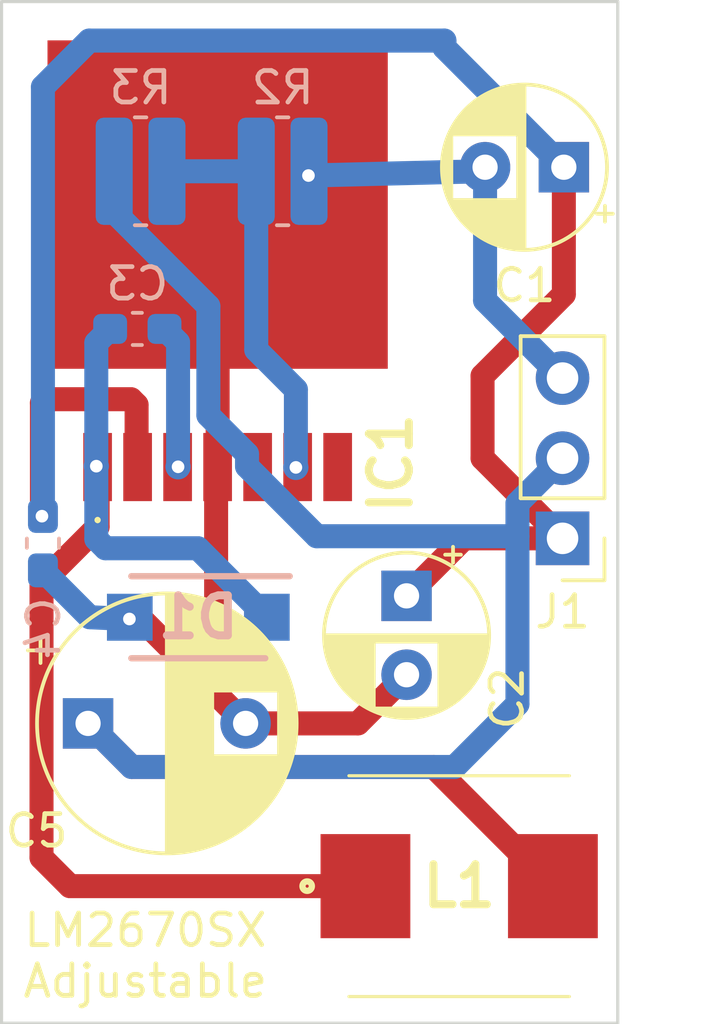
<source format=kicad_pcb>
(kicad_pcb (version 20221018) (generator pcbnew)
  (layers (0 "F.Cu" signal) (31 "B.Cu" signal) (34 "B.Paste" user) (35 "F.Paste" user) (36 "B.SilkS" user "B.Silkscreen") (37 "F.SilkS" user "F.Silkscreen") (38 "B.Mask" user) (39 "F.Mask" user) (44 "Edge.Cuts" user))
  (net 0 "")
  (net 1 "+VDC")
  (net 2 "GND")
  (net 3 "Net-(IC1-CBOOST{slash}CB)")
  (net 4 "Net-(IC1-SWITCH_OUTPUT)")
  (net 5 "Net-(J1-Pin_2)")
  (net 7 "Net-(IC1-FEEDBACK{slash}FB)")
  (footprint "Connector_PinHeader_2.54mm:PinHeader_1x03_P2.54mm_Vertical" (layer "F.Cu") (at 153.109449 101.617 180)
    (fp_text reference "J1" (at 0 -2.33 180) (layer "F.SilkS"))
    (fp_text value "Conn_01x03")
    (fp_line (start -1.33 -1.33) (end 0 -1.33) (stroke (width 0.12)) (layer "F.SilkS"))
    (fp_line (start -1.33 0) (end -1.33 -1.33) (stroke (width 0.12)) (layer "F.SilkS"))
    (fp_line (start -1.33 1.27) (end -1.33 6.41) (stroke (width 0.12)) (layer "F.SilkS"))
    (fp_line (start -1.33 1.27) (end 1.33 1.27) (stroke (width 0.12)) (layer "F.SilkS"))
    (fp_line (start -1.33 6.41) (end 1.33 6.41) (stroke (width 0.12)) (layer "F.SilkS"))
    (fp_line (start 1.33 1.27) (end 1.33 6.41) (stroke (width 0.12)) (layer "F.SilkS"))
    (pad "1" thru_hole rect (at 0 0 180) (size 1.7 1.7) (drill 1) (layers "*.Cu" "*.Mask") (net 1 "+VDC"))
    (pad "2" thru_hole oval (at 0 2.54 180) (size 1.7 1.7) (drill 1) (layers "*.Cu" "*.Mask") (net 5 "Net-(J1-Pin_2)"))
    (pad "3" thru_hole oval (at 0 5.08 180) (size 1.7 1.7) (drill 1) (layers "*.Cu" "*.Mask") (net 2 "GND"))
  )
  (footprint "SamacSys_Parts:SPM7054VT" (layer "F.Cu") (at 149.828314 112.641863)
    (fp_text reference "L1" (at 0 0) (layer "F.SilkS") (effects (font (size 1.27 1.27) (thickness 0.254))))
    (fp_text value "SPM7054VT-330M-D" hide)
    (fp_line (start -3.5 -3.5) (end 3.5 -3.5) (stroke (width 0.1)) (layer "F.SilkS"))
    (fp_line (start 3.5 3.5) (end -3.5 3.5) (stroke (width 0.1)) (layer "F.SilkS"))
    (fp_circle (center -4.825 0) (end -4.825 0.05) (stroke (width 0.2)) (fill none) (layer "F.SilkS"))
    (pad "1" smd rect (at -2.975 0) (size 2.85 3.3) (layers "F.Cu" "F.Paste" "F.Mask") (net 4 "Net-(IC1-SWITCH_OUTPUT)"))
    (pad "2" smd rect (at 2.975 0) (size 2.85 3.3) (layers "F.Cu" "F.Paste" "F.Mask") (net 5 "Net-(J1-Pin_2)"))
  )
  (footprint "Capacitor_THT:CP_Radial_D8.0mm_P5.00mm" (layer "F.Cu") (at 138.049386 107.482969)
    (fp_text reference "C5" (at -1.635147 3.404679) (layer "F.SilkS"))
    (fp_text value "120uF")
    (fp_line (start -1.909698 -2.315) (end -1.109698 -2.315) (stroke (width 0.12)) (layer "F.SilkS"))
    (fp_line (start -1.509698 -2.715) (end -1.509698 -1.915) (stroke (width 0.12)) (layer "F.SilkS"))
    (fp_line (start 2.5 -4.08) (end 2.5 4.08) (stroke (width 0.12)) (layer "F.SilkS"))
    (fp_line (start 2.54 -4.08) (end 2.54 4.08) (stroke (width 0.12)) (layer "F.SilkS"))
    (fp_line (start 2.58 -4.08) (end 2.58 4.08) (stroke (width 0.12)) (layer "F.SilkS"))
    (fp_line (start 2.62 -4.079) (end 2.62 4.079) (stroke (width 0.12)) (layer "F.SilkS"))
    (fp_line (start 2.66 -4.077) (end 2.66 4.077) (stroke (width 0.12)) (layer "F.SilkS"))
    (fp_line (start 2.7 -4.076) (end 2.7 4.076) (stroke (width 0.12)) (layer "F.SilkS"))
    (fp_line (start 2.74 -4.074) (end 2.74 4.074) (stroke (width 0.12)) (layer "F.SilkS"))
    (fp_line (start 2.78 -4.071) (end 2.78 4.071) (stroke (width 0.12)) (layer "F.SilkS"))
    (fp_line (start 2.82 -4.068) (end 2.82 4.068) (stroke (width 0.12)) (layer "F.SilkS"))
    (fp_line (start 2.86 -4.065) (end 2.86 4.065) (stroke (width 0.12)) (layer "F.SilkS"))
    (fp_line (start 2.9 -4.061) (end 2.9 4.061) (stroke (width 0.12)) (layer "F.SilkS"))
    (fp_line (start 2.94 -4.057) (end 2.94 4.057) (stroke (width 0.12)) (layer "F.SilkS"))
    (fp_line (start 2.98 -4.052) (end 2.98 4.052) (stroke (width 0.12)) (layer "F.SilkS"))
    (fp_line (start 3.02 -4.048) (end 3.02 4.048) (stroke (width 0.12)) (layer "F.SilkS"))
    (fp_line (start 3.06 -4.042) (end 3.06 4.042) (stroke (width 0.12)) (layer "F.SilkS"))
    (fp_line (start 3.1 -4.037) (end 3.1 4.037) (stroke (width 0.12)) (layer "F.SilkS"))
    (fp_line (start 3.14 -4.03) (end 3.14 4.03) (stroke (width 0.12)) (layer "F.SilkS"))
    (fp_line (start 3.18 -4.024) (end 3.18 4.024) (stroke (width 0.12)) (layer "F.SilkS"))
    (fp_line (start 3.221 -4.017) (end 3.221 4.017) (stroke (width 0.12)) (layer "F.SilkS"))
    (fp_line (start 3.261 -4.01) (end 3.261 4.01) (stroke (width 0.12)) (layer "F.SilkS"))
    (fp_line (start 3.301 -4.002) (end 3.301 4.002) (stroke (width 0.12)) (layer "F.SilkS"))
    (fp_line (start 3.341 -3.994) (end 3.341 3.994) (stroke (width 0.12)) (layer "F.SilkS"))
    (fp_line (start 3.381 -3.985) (end 3.381 3.985) (stroke (width 0.12)) (layer "F.SilkS"))
    (fp_line (start 3.421 -3.976) (end 3.421 3.976) (stroke (width 0.12)) (layer "F.SilkS"))
    (fp_line (start 3.461 -3.967) (end 3.461 3.967) (stroke (width 0.12)) (layer "F.SilkS"))
    (fp_line (start 3.501 -3.957) (end 3.501 3.957) (stroke (width 0.12)) (layer "F.SilkS"))
    (fp_line (start 3.541 -3.947) (end 3.541 3.947) (stroke (width 0.12)) (layer "F.SilkS"))
    (fp_line (start 3.581 -3.936) (end 3.581 3.936) (stroke (width 0.12)) (layer "F.SilkS"))
    (fp_line (start 3.621 -3.925) (end 3.621 3.925) (stroke (width 0.12)) (layer "F.SilkS"))
    (fp_line (start 3.661 -3.914) (end 3.661 3.914) (stroke (width 0.12)) (layer "F.SilkS"))
    (fp_line (start 3.701 -3.902) (end 3.701 3.902) (stroke (width 0.12)) (layer "F.SilkS"))
    (fp_line (start 3.741 -3.889) (end 3.741 3.889) (stroke (width 0.12)) (layer "F.SilkS"))
    (fp_line (start 3.781 -3.877) (end 3.781 3.877) (stroke (width 0.12)) (layer "F.SilkS"))
    (fp_line (start 3.821 -3.863) (end 3.821 3.863) (stroke (width 0.12)) (layer "F.SilkS"))
    (fp_line (start 3.861 -3.85) (end 3.861 3.85) (stroke (width 0.12)) (layer "F.SilkS"))
    (fp_line (start 3.901 -3.835) (end 3.901 3.835) (stroke (width 0.12)) (layer "F.SilkS"))
    (fp_line (start 3.941 -3.821) (end 3.941 3.821) (stroke (width 0.12)) (layer "F.SilkS"))
    (fp_line (start 3.981 -3.805) (end 3.981 -1.04) (stroke (width 0.12)) (layer "F.SilkS"))
    (fp_line (start 3.981 1.04) (end 3.981 3.805) (stroke (width 0.12)) (layer "F.SilkS"))
    (fp_line (start 4.021 -3.79) (end 4.021 -1.04) (stroke (width 0.12)) (layer "F.SilkS"))
    (fp_line (start 4.021 1.04) (end 4.021 3.79) (stroke (width 0.12)) (layer "F.SilkS"))
    (fp_line (start 4.061 -3.774) (end 4.061 -1.04) (stroke (width 0.12)) (layer "F.SilkS"))
    (fp_line (start 4.061 1.04) (end 4.061 3.774) (stroke (width 0.12)) (layer "F.SilkS"))
    (fp_line (start 4.101 -3.757) (end 4.101 -1.04) (stroke (width 0.12)) (layer "F.SilkS"))
    (fp_line (start 4.101 1.04) (end 4.101 3.757) (stroke (width 0.12)) (layer "F.SilkS"))
    (fp_line (start 4.141 -3.74) (end 4.141 -1.04) (stroke (width 0.12)) (layer "F.SilkS"))
    (fp_line (start 4.141 1.04) (end 4.141 3.74) (stroke (width 0.12)) (layer "F.SilkS"))
    (fp_line (start 4.181 -3.722) (end 4.181 -1.04) (stroke (width 0.12)) (layer "F.SilkS"))
    (fp_line (start 4.181 1.04) (end 4.181 3.722) (stroke (width 0.12)) (layer "F.SilkS"))
    (fp_line (start 4.221 -3.704) (end 4.221 -1.04) (stroke (width 0.12)) (layer "F.SilkS"))
    (fp_line (start 4.221 1.04) (end 4.221 3.704) (stroke (width 0.12)) (layer "F.SilkS"))
    (fp_line (start 4.261 -3.686) (end 4.261 -1.04) (stroke (width 0.12)) (layer "F.SilkS"))
    (fp_line (start 4.261 1.04) (end 4.261 3.686) (stroke (width 0.12)) (layer "F.SilkS"))
    (fp_line (start 4.301 -3.666) (end 4.301 -1.04) (stroke (width 0.12)) (layer "F.SilkS"))
    (fp_line (start 4.301 1.04) (end 4.301 3.666) (stroke (width 0.12)) (layer "F.SilkS"))
    (fp_line (start 4.341 -3.647) (end 4.341 -1.04) (stroke (width 0.12)) (layer "F.SilkS"))
    (fp_line (start 4.341 1.04) (end 4.341 3.647) (stroke (width 0.12)) (layer "F.SilkS"))
    (fp_line (start 4.381 -3.627) (end 4.381 -1.04) (stroke (width 0.12)) (layer "F.SilkS"))
    (fp_line (start 4.381 1.04) (end 4.381 3.627) (stroke (width 0.12)) (layer "F.SilkS"))
    (fp_line (start 4.421 -3.606) (end 4.421 -1.04) (stroke (width 0.12)) (layer "F.SilkS"))
    (fp_line (start 4.421 1.04) (end 4.421 3.606) (stroke (width 0.12)) (layer "F.SilkS"))
    (fp_line (start 4.461 -3.584) (end 4.461 -1.04) (stroke (width 0.12)) (layer "F.SilkS"))
    (fp_line (start 4.461 1.04) (end 4.461 3.584) (stroke (width 0.12)) (layer "F.SilkS"))
    (fp_line (start 4.501 -3.562) (end 4.501 -1.04) (stroke (width 0.12)) (layer "F.SilkS"))
    (fp_line (start 4.501 1.04) (end 4.501 3.562) (stroke (width 0.12)) (layer "F.SilkS"))
    (fp_line (start 4.541 -3.54) (end 4.541 -1.04) (stroke (width 0.12)) (layer "F.SilkS"))
    (fp_line (start 4.541 1.04) (end 4.541 3.54) (stroke (width 0.12)) (layer "F.SilkS"))
    (fp_line (start 4.581 -3.517) (end 4.581 -1.04) (stroke (width 0.12)) (layer "F.SilkS"))
    (fp_line (start 4.581 1.04) (end 4.581 3.517) (stroke (width 0.12)) (layer "F.SilkS"))
    (fp_line (start 4.621 -3.493) (end 4.621 -1.04) (stroke (width 0.12)) (layer "F.SilkS"))
    (fp_line (start 4.621 1.04) (end 4.621 3.493) (stroke (width 0.12)) (layer "F.SilkS"))
    (fp_line (start 4.661 -3.469) (end 4.661 -1.04) (stroke (width 0.12)) (layer "F.SilkS"))
    (fp_line (start 4.661 1.04) (end 4.661 3.469) (stroke (width 0.12)) (layer "F.SilkS"))
    (fp_line (start 4.701 -3.444) (end 4.701 -1.04) (stroke (width 0.12)) (layer "F.SilkS"))
    (fp_line (start 4.701 1.04) (end 4.701 3.444) (stroke (width 0.12)) (layer "F.SilkS"))
    (fp_line (start 4.741 -3.418) (end 4.741 -1.04) (stroke (width 0.12)) (layer "F.SilkS"))
    (fp_line (start 4.741 1.04) (end 4.741 3.418) (stroke (width 0.12)) (layer "F.SilkS"))
    (fp_line (start 4.781 -3.392) (end 4.781 -1.04) (stroke (width 0.12)) (layer "F.SilkS"))
    (fp_line (start 4.781 1.04) (end 4.781 3.392) (stroke (width 0.12)) (layer "F.SilkS"))
    (fp_line (start 4.821 -3.365) (end 4.821 -1.04) (stroke (width 0.12)) (layer "F.SilkS"))
    (fp_line (start 4.821 1.04) (end 4.821 3.365) (stroke (width 0.12)) (layer "F.SilkS"))
    (fp_line (start 4.861 -3.338) (end 4.861 -1.04) (stroke (width 0.12)) (layer "F.SilkS"))
    (fp_line (start 4.861 1.04) (end 4.861 3.338) (stroke (width 0.12)) (layer "F.SilkS"))
    (fp_line (start 4.901 -3.309) (end 4.901 -1.04) (stroke (width 0.12)) (layer "F.SilkS"))
    (fp_line (start 4.901 1.04) (end 4.901 3.309) (stroke (width 0.12)) (layer "F.SilkS"))
    (fp_line (start 4.941 -3.28) (end 4.941 -1.04) (stroke (width 0.12)) (layer "F.SilkS"))
    (fp_line (start 4.941 1.04) (end 4.941 3.28) (stroke (width 0.12)) (layer "F.SilkS"))
    (fp_line (start 4.981 -3.25) (end 4.981 -1.04) (stroke (width 0.12)) (layer "F.SilkS"))
    (fp_line (start 4.981 1.04) (end 4.981 3.25) (stroke (width 0.12)) (layer "F.SilkS"))
    (fp_line (start 5.021 -3.22) (end 5.021 -1.04) (stroke (width 0.12)) (layer "F.SilkS"))
    (fp_line (start 5.021 1.04) (end 5.021 3.22) (stroke (width 0.12)) (layer "F.SilkS"))
    (fp_line (start 5.061 -3.189) (end 5.061 -1.04) (stroke (width 0.12)) (layer "F.SilkS"))
    (fp_line (start 5.061 1.04) (end 5.061 3.189) (stroke (width 0.12)) (layer "F.SilkS"))
    (fp_line (start 5.101 -3.156) (end 5.101 -1.04) (stroke (width 0.12)) (layer "F.SilkS"))
    (fp_line (start 5.101 1.04) (end 5.101 3.156) (stroke (width 0.12)) (layer "F.SilkS"))
    (fp_line (start 5.141 -3.124) (end 5.141 -1.04) (stroke (width 0.12)) (layer "F.SilkS"))
    (fp_line (start 5.141 1.04) (end 5.141 3.124) (stroke (width 0.12)) (layer "F.SilkS"))
    (fp_line (start 5.181 -3.09) (end 5.181 -1.04) (stroke (width 0.12)) (layer "F.SilkS"))
    (fp_line (start 5.181 1.04) (end 5.181 3.09) (stroke (width 0.12)) (layer "F.SilkS"))
    (fp_line (start 5.221 -3.055) (end 5.221 -1.04) (stroke (width 0.12)) (layer "F.SilkS"))
    (fp_line (start 5.221 1.04) (end 5.221 3.055) (stroke (width 0.12)) (layer "F.SilkS"))
    (fp_line (start 5.261 -3.019) (end 5.261 -1.04) (stroke (width 0.12)) (layer "F.SilkS"))
    (fp_line (start 5.261 1.04) (end 5.261 3.019) (stroke (width 0.12)) (layer "F.SilkS"))
    (fp_line (start 5.301 -2.983) (end 5.301 -1.04) (stroke (width 0.12)) (layer "F.SilkS"))
    (fp_line (start 5.301 1.04) (end 5.301 2.983) (stroke (width 0.12)) (layer "F.SilkS"))
    (fp_line (start 5.341 -2.945) (end 5.341 -1.04) (stroke (width 0.12)) (layer "F.SilkS"))
    (fp_line (start 5.341 1.04) (end 5.341 2.945) (stroke (width 0.12)) (layer "F.SilkS"))
    (fp_line (start 5.381 -2.907) (end 5.381 -1.04) (stroke (width 0.12)) (layer "F.SilkS"))
    (fp_line (start 5.381 1.04) (end 5.381 2.907) (stroke (width 0.12)) (layer "F.SilkS"))
    (fp_line (start 5.421 -2.867) (end 5.421 -1.04) (stroke (width 0.12)) (layer "F.SilkS"))
    (fp_line (start 5.421 1.04) (end 5.421 2.867) (stroke (width 0.12)) (layer "F.SilkS"))
    (fp_line (start 5.461 -2.826) (end 5.461 -1.04) (stroke (width 0.12)) (layer "F.SilkS"))
    (fp_line (start 5.461 1.04) (end 5.461 2.826) (stroke (width 0.12)) (layer "F.SilkS"))
    (fp_line (start 5.501 -2.784) (end 5.501 -1.04) (stroke (width 0.12)) (layer "F.SilkS"))
    (fp_line (start 5.501 1.04) (end 5.501 2.784) (stroke (width 0.12)) (layer "F.SilkS"))
    (fp_line (start 5.541 -2.741) (end 5.541 -1.04) (stroke (width 0.12)) (layer "F.SilkS"))
    (fp_line (start 5.541 1.04) (end 5.541 2.741) (stroke (width 0.12)) (layer "F.SilkS"))
    (fp_line (start 5.581 -2.697) (end 5.581 -1.04) (stroke (width 0.12)) (layer "F.SilkS"))
    (fp_line (start 5.581 1.04) (end 5.581 2.697) (stroke (width 0.12)) (layer "F.SilkS"))
    (fp_line (start 5.621 -2.651) (end 5.621 -1.04) (stroke (width 0.12)) (layer "F.SilkS"))
    (fp_line (start 5.621 1.04) (end 5.621 2.651) (stroke (width 0.12)) (layer "F.SilkS"))
    (fp_line (start 5.661 -2.604) (end 5.661 -1.04) (stroke (width 0.12)) (layer "F.SilkS"))
    (fp_line (start 5.661 1.04) (end 5.661 2.604) (stroke (width 0.12)) (layer "F.SilkS"))
    (fp_line (start 5.701 -2.556) (end 5.701 -1.04) (stroke (width 0.12)) (layer "F.SilkS"))
    (fp_line (start 5.701 1.04) (end 5.701 2.556) (stroke (width 0.12)) (layer "F.SilkS"))
    (fp_line (start 5.741 -2.505) (end 5.741 -1.04) (stroke (width 0.12)) (layer "F.SilkS"))
    (fp_line (start 5.741 1.04) (end 5.741 2.505) (stroke (width 0.12)) (layer "F.SilkS"))
    (fp_line (start 5.781 -2.454) (end 5.781 -1.04) (stroke (width 0.12)) (layer "F.SilkS"))
    (fp_line (start 5.781 1.04) (end 5.781 2.454) (stroke (width 0.12)) (layer "F.SilkS"))
    (fp_line (start 5.821 -2.4) (end 5.821 -1.04) (stroke (width 0.12)) (layer "F.SilkS"))
    (fp_line (start 5.821 1.04) (end 5.821 2.4) (stroke (width 0.12)) (layer "F.SilkS"))
    (fp_line (start 5.861 -2.345) (end 5.861 -1.04) (stroke (width 0.12)) (layer "F.SilkS"))
    (fp_line (start 5.861 1.04) (end 5.861 2.345) (stroke (width 0.12)) (layer "F.SilkS"))
    (fp_line (start 5.901 -2.287) (end 5.901 -1.04) (stroke (width 0.12)) (layer "F.SilkS"))
    (fp_line (start 5.901 1.04) (end 5.901 2.287) (stroke (width 0.12)) (layer "F.SilkS"))
    (fp_line (start 5.941 -2.228) (end 5.941 -1.04) (stroke (width 0.12)) (layer "F.SilkS"))
    (fp_line (start 5.941 1.04) (end 5.941 2.228) (stroke (width 0.12)) (layer "F.SilkS"))
    (fp_line (start 5.981 -2.166) (end 5.981 -1.04) (stroke (width 0.12)) (layer "F.SilkS"))
    (fp_line (start 5.981 1.04) (end 5.981 2.166) (stroke (width 0.12)) (layer "F.SilkS"))
    (fp_line (start 6.021 -2.102) (end 6.021 -1.04) (stroke (width 0.12)) (layer "F.SilkS"))
    (fp_line (start 6.021 1.04) (end 6.021 2.102) (stroke (width 0.12)) (layer "F.SilkS"))
    (fp_line (start 6.061 -2.034) (end 6.061 2.034) (stroke (width 0.12)) (layer "F.SilkS"))
    (fp_line (start 6.101 -1.964) (end 6.101 1.964) (stroke (width 0.12)) (layer "F.SilkS"))
    (fp_line (start 6.141 -1.89) (end 6.141 1.89) (stroke (width 0.12)) (layer "F.SilkS"))
    (fp_line (start 6.181 -1.813) (end 6.181 1.813) (stroke (width 0.12)) (layer "F.SilkS"))
    (fp_line (start 6.221 -1.731) (end 6.221 1.731) (stroke (width 0.12)) (layer "F.SilkS"))
    (fp_line (start 6.261 -1.645) (end 6.261 1.645) (stroke (width 0.12)) (layer "F.SilkS"))
    (fp_line (start 6.301 -1.552) (end 6.301 1.552) (stroke (width 0.12)) (layer "F.SilkS"))
    (fp_line (start 6.341 -1.453) (end 6.341 1.453) (stroke (width 0.12)) (layer "F.SilkS"))
    (fp_line (start 6.381 -1.346) (end 6.381 1.346) (stroke (width 0.12)) (layer "F.SilkS"))
    (fp_line (start 6.421 -1.229) (end 6.421 1.229) (stroke (width 0.12)) (layer "F.SilkS"))
    (fp_line (start 6.461 -1.098) (end 6.461 1.098) (stroke (width 0.12)) (layer "F.SilkS"))
    (fp_line (start 6.501 -0.948) (end 6.501 0.948) (stroke (width 0.12)) (layer "F.SilkS"))
    (fp_line (start 6.541 -0.768) (end 6.541 0.768) (stroke (width 0.12)) (layer "F.SilkS"))
    (fp_line (start 6.581 -0.533) (end 6.581 0.533) (stroke (width 0.12)) (layer "F.SilkS"))
    (fp_circle (center 2.5 0) (end 6.62 0) (stroke (width 0.12)) (fill none) (layer "F.SilkS"))
    (pad "1" thru_hole rect (at 0 0) (size 1.6 1.6) (drill 0.8) (layers "*.Cu" "*.Mask") (net 5 "Net-(J1-Pin_2)"))
    (pad "2" thru_hole circle (at 5 0) (size 1.6 1.6) (drill 0.8) (layers "*.Cu" "*.Mask") (net 2 "GND"))
  )
  (footprint "Capacitor_THT:CP_Radial_D5.0mm_P2.50mm" (layer "F.Cu") (at 148.158263 103.439855 -90)
    (fp_text reference "C2" (at 3.251165 -3.194441 90) (layer "F.SilkS"))
    (fp_text value "15uF")
    (fp_line (start -1.554775 -1.475) (end -1.054775 -1.475) (stroke (width 0.12)) (layer "F.SilkS"))
    (fp_line (start -1.304775 -1.725) (end -1.304775 -1.225) (stroke (width 0.12)) (layer "F.SilkS"))
    (fp_line (start 1.25 -2.58) (end 1.25 2.58) (stroke (width 0.12)) (layer "F.SilkS"))
    (fp_line (start 1.29 -2.58) (end 1.29 2.58) (stroke (width 0.12)) (layer "F.SilkS"))
    (fp_line (start 1.33 -2.579) (end 1.33 2.579) (stroke (width 0.12)) (layer "F.SilkS"))
    (fp_line (start 1.37 -2.578) (end 1.37 2.578) (stroke (width 0.12)) (layer "F.SilkS"))
    (fp_line (start 1.41 -2.576) (end 1.41 2.576) (stroke (width 0.12)) (layer "F.SilkS"))
    (fp_line (start 1.45 -2.573) (end 1.45 2.573) (stroke (width 0.12)) (layer "F.SilkS"))
    (fp_line (start 1.49 -2.569) (end 1.49 -1.04) (stroke (width 0.12)) (layer "F.SilkS"))
    (fp_line (start 1.49 1.04) (end 1.49 2.569) (stroke (width 0.12)) (layer "F.SilkS"))
    (fp_line (start 1.53 -2.565) (end 1.53 -1.04) (stroke (width 0.12)) (layer "F.SilkS"))
    (fp_line (start 1.53 1.04) (end 1.53 2.565) (stroke (width 0.12)) (layer "F.SilkS"))
    (fp_line (start 1.57 -2.561) (end 1.57 -1.04) (stroke (width 0.12)) (layer "F.SilkS"))
    (fp_line (start 1.57 1.04) (end 1.57 2.561) (stroke (width 0.12)) (layer "F.SilkS"))
    (fp_line (start 1.61 -2.556) (end 1.61 -1.04) (stroke (width 0.12)) (layer "F.SilkS"))
    (fp_line (start 1.61 1.04) (end 1.61 2.556) (stroke (width 0.12)) (layer "F.SilkS"))
    (fp_line (start 1.65 -2.55) (end 1.65 -1.04) (stroke (width 0.12)) (layer "F.SilkS"))
    (fp_line (start 1.65 1.04) (end 1.65 2.55) (stroke (width 0.12)) (layer "F.SilkS"))
    (fp_line (start 1.69 -2.543) (end 1.69 -1.04) (stroke (width 0.12)) (layer "F.SilkS"))
    (fp_line (start 1.69 1.04) (end 1.69 2.543) (stroke (width 0.12)) (layer "F.SilkS"))
    (fp_line (start 1.73 -2.536) (end 1.73 -1.04) (stroke (width 0.12)) (layer "F.SilkS"))
    (fp_line (start 1.73 1.04) (end 1.73 2.536) (stroke (width 0.12)) (layer "F.SilkS"))
    (fp_line (start 1.77 -2.528) (end 1.77 -1.04) (stroke (width 0.12)) (layer "F.SilkS"))
    (fp_line (start 1.77 1.04) (end 1.77 2.528) (stroke (width 0.12)) (layer "F.SilkS"))
    (fp_line (start 1.81 -2.52) (end 1.81 -1.04) (stroke (width 0.12)) (layer "F.SilkS"))
    (fp_line (start 1.81 1.04) (end 1.81 2.52) (stroke (width 0.12)) (layer "F.SilkS"))
    (fp_line (start 1.85 -2.511) (end 1.85 -1.04) (stroke (width 0.12)) (layer "F.SilkS"))
    (fp_line (start 1.85 1.04) (end 1.85 2.511) (stroke (width 0.12)) (layer "F.SilkS"))
    (fp_line (start 1.89 -2.501) (end 1.89 -1.04) (stroke (width 0.12)) (layer "F.SilkS"))
    (fp_line (start 1.89 1.04) (end 1.89 2.501) (stroke (width 0.12)) (layer "F.SilkS"))
    (fp_line (start 1.93 -2.491) (end 1.93 -1.04) (stroke (width 0.12)) (layer "F.SilkS"))
    (fp_line (start 1.93 1.04) (end 1.93 2.491) (stroke (width 0.12)) (layer "F.SilkS"))
    (fp_line (start 1.971 -2.48) (end 1.971 -1.04) (stroke (width 0.12)) (layer "F.SilkS"))
    (fp_line (start 1.971 1.04) (end 1.971 2.48) (stroke (width 0.12)) (layer "F.SilkS"))
    (fp_line (start 2.011 -2.468) (end 2.011 -1.04) (stroke (width 0.12)) (layer "F.SilkS"))
    (fp_line (start 2.011 1.04) (end 2.011 2.468) (stroke (width 0.12)) (layer "F.SilkS"))
    (fp_line (start 2.051 -2.455) (end 2.051 -1.04) (stroke (width 0.12)) (layer "F.SilkS"))
    (fp_line (start 2.051 1.04) (end 2.051 2.455) (stroke (width 0.12)) (layer "F.SilkS"))
    (fp_line (start 2.091 -2.442) (end 2.091 -1.04) (stroke (width 0.12)) (layer "F.SilkS"))
    (fp_line (start 2.091 1.04) (end 2.091 2.442) (stroke (width 0.12)) (layer "F.SilkS"))
    (fp_line (start 2.131 -2.428) (end 2.131 -1.04) (stroke (width 0.12)) (layer "F.SilkS"))
    (fp_line (start 2.131 1.04) (end 2.131 2.428) (stroke (width 0.12)) (layer "F.SilkS"))
    (fp_line (start 2.171 -2.414) (end 2.171 -1.04) (stroke (width 0.12)) (layer "F.SilkS"))
    (fp_line (start 2.171 1.04) (end 2.171 2.414) (stroke (width 0.12)) (layer "F.SilkS"))
    (fp_line (start 2.211 -2.398) (end 2.211 -1.04) (stroke (width 0.12)) (layer "F.SilkS"))
    (fp_line (start 2.211 1.04) (end 2.211 2.398) (stroke (width 0.12)) (layer "F.SilkS"))
    (fp_line (start 2.251 -2.382) (end 2.251 -1.04) (stroke (width 0.12)) (layer "F.SilkS"))
    (fp_line (start 2.251 1.04) (end 2.251 2.382) (stroke (width 0.12)) (layer "F.SilkS"))
    (fp_line (start 2.291 -2.365) (end 2.291 -1.04) (stroke (width 0.12)) (layer "F.SilkS"))
    (fp_line (start 2.291 1.04) (end 2.291 2.365) (stroke (width 0.12)) (layer "F.SilkS"))
    (fp_line (start 2.331 -2.348) (end 2.331 -1.04) (stroke (width 0.12)) (layer "F.SilkS"))
    (fp_line (start 2.331 1.04) (end 2.331 2.348) (stroke (width 0.12)) (layer "F.SilkS"))
    (fp_line (start 2.371 -2.329) (end 2.371 -1.04) (stroke (width 0.12)) (layer "F.SilkS"))
    (fp_line (start 2.371 1.04) (end 2.371 2.329) (stroke (width 0.12)) (layer "F.SilkS"))
    (fp_line (start 2.411 -2.31) (end 2.411 -1.04) (stroke (width 0.12)) (layer "F.SilkS"))
    (fp_line (start 2.411 1.04) (end 2.411 2.31) (stroke (width 0.12)) (layer "F.SilkS"))
    (fp_line (start 2.451 -2.29) (end 2.451 -1.04) (stroke (width 0.12)) (layer "F.SilkS"))
    (fp_line (start 2.451 1.04) (end 2.451 2.29) (stroke (width 0.12)) (layer "F.SilkS"))
    (fp_line (start 2.491 -2.268) (end 2.491 -1.04) (stroke (width 0.12)) (layer "F.SilkS"))
    (fp_line (start 2.491 1.04) (end 2.491 2.268) (stroke (width 0.12)) (layer "F.SilkS"))
    (fp_line (start 2.531 -2.247) (end 2.531 -1.04) (stroke (width 0.12)) (layer "F.SilkS"))
    (fp_line (start 2.531 1.04) (end 2.531 2.247) (stroke (width 0.12)) (layer "F.SilkS"))
    (fp_line (start 2.571 -2.224) (end 2.571 -1.04) (stroke (width 0.12)) (layer "F.SilkS"))
    (fp_line (start 2.571 1.04) (end 2.571 2.224) (stroke (width 0.12)) (layer "F.SilkS"))
    (fp_line (start 2.611 -2.2) (end 2.611 -1.04) (stroke (width 0.12)) (layer "F.SilkS"))
    (fp_line (start 2.611 1.04) (end 2.611 2.2) (stroke (width 0.12)) (layer "F.SilkS"))
    (fp_line (start 2.651 -2.175) (end 2.651 -1.04) (stroke (width 0.12)) (layer "F.SilkS"))
    (fp_line (start 2.651 1.04) (end 2.651 2.175) (stroke (width 0.12)) (layer "F.SilkS"))
    (fp_line (start 2.691 -2.149) (end 2.691 -1.04) (stroke (width 0.12)) (layer "F.SilkS"))
    (fp_line (start 2.691 1.04) (end 2.691 2.149) (stroke (width 0.12)) (layer "F.SilkS"))
    (fp_line (start 2.731 -2.122) (end 2.731 -1.04) (stroke (width 0.12)) (layer "F.SilkS"))
    (fp_line (start 2.731 1.04) (end 2.731 2.122) (stroke (width 0.12)) (layer "F.SilkS"))
    (fp_line (start 2.771 -2.095) (end 2.771 -1.04) (stroke (width 0.12)) (layer "F.SilkS"))
    (fp_line (start 2.771 1.04) (end 2.771 2.095) (stroke (width 0.12)) (layer "F.SilkS"))
    (fp_line (start 2.811 -2.065) (end 2.811 -1.04) (stroke (width 0.12)) (layer "F.SilkS"))
    (fp_line (start 2.811 1.04) (end 2.811 2.065) (stroke (width 0.12)) (layer "F.SilkS"))
    (fp_line (start 2.851 -2.035) (end 2.851 -1.04) (stroke (width 0.12)) (layer "F.SilkS"))
    (fp_line (start 2.851 1.04) (end 2.851 2.035) (stroke (width 0.12)) (layer "F.SilkS"))
    (fp_line (start 2.891 -2.004) (end 2.891 -1.04) (stroke (width 0.12)) (layer "F.SilkS"))
    (fp_line (start 2.891 1.04) (end 2.891 2.004) (stroke (width 0.12)) (layer "F.SilkS"))
    (fp_line (start 2.931 -1.971) (end 2.931 -1.04) (stroke (width 0.12)) (layer "F.SilkS"))
    (fp_line (start 2.931 1.04) (end 2.931 1.971) (stroke (width 0.12)) (layer "F.SilkS"))
    (fp_line (start 2.971 -1.937) (end 2.971 -1.04) (stroke (width 0.12)) (layer "F.SilkS"))
    (fp_line (start 2.971 1.04) (end 2.971 1.937) (stroke (width 0.12)) (layer "F.SilkS"))
    (fp_line (start 3.011 -1.901) (end 3.011 -1.04) (stroke (width 0.12)) (layer "F.SilkS"))
    (fp_line (start 3.011 1.04) (end 3.011 1.901) (stroke (width 0.12)) (layer "F.SilkS"))
    (fp_line (start 3.051 -1.864) (end 3.051 -1.04) (stroke (width 0.12)) (layer "F.SilkS"))
    (fp_line (start 3.051 1.04) (end 3.051 1.864) (stroke (width 0.12)) (layer "F.SilkS"))
    (fp_line (start 3.091 -1.826) (end 3.091 -1.04) (stroke (width 0.12)) (layer "F.SilkS"))
    (fp_line (start 3.091 1.04) (end 3.091 1.826) (stroke (width 0.12)) (layer "F.SilkS"))
    (fp_line (start 3.131 -1.785) (end 3.131 -1.04) (stroke (width 0.12)) (layer "F.SilkS"))
    (fp_line (start 3.131 1.04) (end 3.131 1.785) (stroke (width 0.12)) (layer "F.SilkS"))
    (fp_line (start 3.171 -1.743) (end 3.171 -1.04) (stroke (width 0.12)) (layer "F.SilkS"))
    (fp_line (start 3.171 1.04) (end 3.171 1.743) (stroke (width 0.12)) (layer "F.SilkS"))
    (fp_line (start 3.211 -1.699) (end 3.211 -1.04) (stroke (width 0.12)) (layer "F.SilkS"))
    (fp_line (start 3.211 1.04) (end 3.211 1.699) (stroke (width 0.12)) (layer "F.SilkS"))
    (fp_line (start 3.251 -1.653) (end 3.251 -1.04) (stroke (width 0.12)) (layer "F.SilkS"))
    (fp_line (start 3.251 1.04) (end 3.251 1.653) (stroke (width 0.12)) (layer "F.SilkS"))
    (fp_line (start 3.291 -1.605) (end 3.291 -1.04) (stroke (width 0.12)) (layer "F.SilkS"))
    (fp_line (start 3.291 1.04) (end 3.291 1.605) (stroke (width 0.12)) (layer "F.SilkS"))
    (fp_line (start 3.331 -1.554) (end 3.331 -1.04) (stroke (width 0.12)) (layer "F.SilkS"))
    (fp_line (start 3.331 1.04) (end 3.331 1.554) (stroke (width 0.12)) (layer "F.SilkS"))
    (fp_line (start 3.371 -1.5) (end 3.371 -1.04) (stroke (width 0.12)) (layer "F.SilkS"))
    (fp_line (start 3.371 1.04) (end 3.371 1.5) (stroke (width 0.12)) (layer "F.SilkS"))
    (fp_line (start 3.411 -1.443) (end 3.411 -1.04) (stroke (width 0.12)) (layer "F.SilkS"))
    (fp_line (start 3.411 1.04) (end 3.411 1.443) (stroke (width 0.12)) (layer "F.SilkS"))
    (fp_line (start 3.451 -1.383) (end 3.451 -1.04) (stroke (width 0.12)) (layer "F.SilkS"))
    (fp_line (start 3.451 1.04) (end 3.451 1.383) (stroke (width 0.12)) (layer "F.SilkS"))
    (fp_line (start 3.491 -1.319) (end 3.491 -1.04) (stroke (width 0.12)) (layer "F.SilkS"))
    (fp_line (start 3.491 1.04) (end 3.491 1.319) (stroke (width 0.12)) (layer "F.SilkS"))
    (fp_line (start 3.531 -1.251) (end 3.531 -1.04) (stroke (width 0.12)) (layer "F.SilkS"))
    (fp_line (start 3.531 1.04) (end 3.531 1.251) (stroke (width 0.12)) (layer "F.SilkS"))
    (fp_line (start 3.571 -1.178) (end 3.571 1.178) (stroke (width 0.12)) (layer "F.SilkS"))
    (fp_line (start 3.611 -1.098) (end 3.611 1.098) (stroke (width 0.12)) (layer "F.SilkS"))
    (fp_line (start 3.651 -1.011) (end 3.651 1.011) (stroke (width 0.12)) (layer "F.SilkS"))
    (fp_line (start 3.691 -0.915) (end 3.691 0.915) (stroke (width 0.12)) (layer "F.SilkS"))
    (fp_line (start 3.731 -0.805) (end 3.731 0.805) (stroke (width 0.12)) (layer "F.SilkS"))
    (fp_line (start 3.771 -0.677) (end 3.771 0.677) (stroke (width 0.12)) (layer "F.SilkS"))
    (fp_line (start 3.811 -0.518) (end 3.811 0.518) (stroke (width 0.12)) (layer "F.SilkS"))
    (fp_line (start 3.851 -0.284) (end 3.851 0.284) (stroke (width 0.12)) (layer "F.SilkS"))
    (fp_circle (center 1.25 0) (end 3.87 0) (stroke (width 0.12)) (fill none) (layer "F.SilkS"))
    (pad "1" thru_hole rect (at 0 0 270) (size 1.6 1.6) (drill 0.8) (layers "*.Cu" "*.Mask") (net 1 "+VDC"))
    (pad "2" thru_hole circle (at 2.5 0 270) (size 1.6 1.6) (drill 0.8) (layers "*.Cu" "*.Mask") (net 2 "GND"))
  )
  (footprint "Capacitor_THT:CP_Radial_D5.0mm_P2.50mm" (layer "F.Cu") (at 153.150694 89.852484 180)
    (fp_text reference "C1" (at 1.25 -3.75) (layer "F.SilkS"))
    (fp_text value "15uF")
    (fp_line (start -1.554775 -1.475) (end -1.054775 -1.475) (stroke (width 0.12)) (layer "F.SilkS"))
    (fp_line (start -1.304775 -1.725) (end -1.304775 -1.225) (stroke (width 0.12)) (layer "F.SilkS"))
    (fp_line (start 1.25 -2.58) (end 1.25 2.58) (stroke (width 0.12)) (layer "F.SilkS"))
    (fp_line (start 1.29 -2.58) (end 1.29 2.58) (stroke (width 0.12)) (layer "F.SilkS"))
    (fp_line (start 1.33 -2.579) (end 1.33 2.579) (stroke (width 0.12)) (layer "F.SilkS"))
    (fp_line (start 1.37 -2.578) (end 1.37 2.578) (stroke (width 0.12)) (layer "F.SilkS"))
    (fp_line (start 1.41 -2.576) (end 1.41 2.576) (stroke (width 0.12)) (layer "F.SilkS"))
    (fp_line (start 1.45 -2.573) (end 1.45 2.573) (stroke (width 0.12)) (layer "F.SilkS"))
    (fp_line (start 1.49 -2.569) (end 1.49 -1.04) (stroke (width 0.12)) (layer "F.SilkS"))
    (fp_line (start 1.49 1.04) (end 1.49 2.569) (stroke (width 0.12)) (layer "F.SilkS"))
    (fp_line (start 1.53 -2.565) (end 1.53 -1.04) (stroke (width 0.12)) (layer "F.SilkS"))
    (fp_line (start 1.53 1.04) (end 1.53 2.565) (stroke (width 0.12)) (layer "F.SilkS"))
    (fp_line (start 1.57 -2.561) (end 1.57 -1.04) (stroke (width 0.12)) (layer "F.SilkS"))
    (fp_line (start 1.57 1.04) (end 1.57 2.561) (stroke (width 0.12)) (layer "F.SilkS"))
    (fp_line (start 1.61 -2.556) (end 1.61 -1.04) (stroke (width 0.12)) (layer "F.SilkS"))
    (fp_line (start 1.61 1.04) (end 1.61 2.556) (stroke (width 0.12)) (layer "F.SilkS"))
    (fp_line (start 1.65 -2.55) (end 1.65 -1.04) (stroke (width 0.12)) (layer "F.SilkS"))
    (fp_line (start 1.65 1.04) (end 1.65 2.55) (stroke (width 0.12)) (layer "F.SilkS"))
    (fp_line (start 1.69 -2.543) (end 1.69 -1.04) (stroke (width 0.12)) (layer "F.SilkS"))
    (fp_line (start 1.69 1.04) (end 1.69 2.543) (stroke (width 0.12)) (layer "F.SilkS"))
    (fp_line (start 1.73 -2.536) (end 1.73 -1.04) (stroke (width 0.12)) (layer "F.SilkS"))
    (fp_line (start 1.73 1.04) (end 1.73 2.536) (stroke (width 0.12)) (layer "F.SilkS"))
    (fp_line (start 1.77 -2.528) (end 1.77 -1.04) (stroke (width 0.12)) (layer "F.SilkS"))
    (fp_line (start 1.77 1.04) (end 1.77 2.528) (stroke (width 0.12)) (layer "F.SilkS"))
    (fp_line (start 1.81 -2.52) (end 1.81 -1.04) (stroke (width 0.12)) (layer "F.SilkS"))
    (fp_line (start 1.81 1.04) (end 1.81 2.52) (stroke (width 0.12)) (layer "F.SilkS"))
    (fp_line (start 1.85 -2.511) (end 1.85 -1.04) (stroke (width 0.12)) (layer "F.SilkS"))
    (fp_line (start 1.85 1.04) (end 1.85 2.511) (stroke (width 0.12)) (layer "F.SilkS"))
    (fp_line (start 1.89 -2.501) (end 1.89 -1.04) (stroke (width 0.12)) (layer "F.SilkS"))
    (fp_line (start 1.89 1.04) (end 1.89 2.501) (stroke (width 0.12)) (layer "F.SilkS"))
    (fp_line (start 1.93 -2.491) (end 1.93 -1.04) (stroke (width 0.12)) (layer "F.SilkS"))
    (fp_line (start 1.93 1.04) (end 1.93 2.491) (stroke (width 0.12)) (layer "F.SilkS"))
    (fp_line (start 1.971 -2.48) (end 1.971 -1.04) (stroke (width 0.12)) (layer "F.SilkS"))
    (fp_line (start 1.971 1.04) (end 1.971 2.48) (stroke (width 0.12)) (layer "F.SilkS"))
    (fp_line (start 2.011 -2.468) (end 2.011 -1.04) (stroke (width 0.12)) (layer "F.SilkS"))
    (fp_line (start 2.011 1.04) (end 2.011 2.468) (stroke (width 0.12)) (layer "F.SilkS"))
    (fp_line (start 2.051 -2.455) (end 2.051 -1.04) (stroke (width 0.12)) (layer "F.SilkS"))
    (fp_line (start 2.051 1.04) (end 2.051 2.455) (stroke (width 0.12)) (layer "F.SilkS"))
    (fp_line (start 2.091 -2.442) (end 2.091 -1.04) (stroke (width 0.12)) (layer "F.SilkS"))
    (fp_line (start 2.091 1.04) (end 2.091 2.442) (stroke (width 0.12)) (layer "F.SilkS"))
    (fp_line (start 2.131 -2.428) (end 2.131 -1.04) (stroke (width 0.12)) (layer "F.SilkS"))
    (fp_line (start 2.131 1.04) (end 2.131 2.428) (stroke (width 0.12)) (layer "F.SilkS"))
    (fp_line (start 2.171 -2.414) (end 2.171 -1.04) (stroke (width 0.12)) (layer "F.SilkS"))
    (fp_line (start 2.171 1.04) (end 2.171 2.414) (stroke (width 0.12)) (layer "F.SilkS"))
    (fp_line (start 2.211 -2.398) (end 2.211 -1.04) (stroke (width 0.12)) (layer "F.SilkS"))
    (fp_line (start 2.211 1.04) (end 2.211 2.398) (stroke (width 0.12)) (layer "F.SilkS"))
    (fp_line (start 2.251 -2.382) (end 2.251 -1.04) (stroke (width 0.12)) (layer "F.SilkS"))
    (fp_line (start 2.251 1.04) (end 2.251 2.382) (stroke (width 0.12)) (layer "F.SilkS"))
    (fp_line (start 2.291 -2.365) (end 2.291 -1.04) (stroke (width 0.12)) (layer "F.SilkS"))
    (fp_line (start 2.291 1.04) (end 2.291 2.365) (stroke (width 0.12)) (layer "F.SilkS"))
    (fp_line (start 2.331 -2.348) (end 2.331 -1.04) (stroke (width 0.12)) (layer "F.SilkS"))
    (fp_line (start 2.331 1.04) (end 2.331 2.348) (stroke (width 0.12)) (layer "F.SilkS"))
    (fp_line (start 2.371 -2.329) (end 2.371 -1.04) (stroke (width 0.12)) (layer "F.SilkS"))
    (fp_line (start 2.371 1.04) (end 2.371 2.329) (stroke (width 0.12)) (layer "F.SilkS"))
    (fp_line (start 2.411 -2.31) (end 2.411 -1.04) (stroke (width 0.12)) (layer "F.SilkS"))
    (fp_line (start 2.411 1.04) (end 2.411 2.31) (stroke (width 0.12)) (layer "F.SilkS"))
    (fp_line (start 2.451 -2.29) (end 2.451 -1.04) (stroke (width 0.12)) (layer "F.SilkS"))
    (fp_line (start 2.451 1.04) (end 2.451 2.29) (stroke (width 0.12)) (layer "F.SilkS"))
    (fp_line (start 2.491 -2.268) (end 2.491 -1.04) (stroke (width 0.12)) (layer "F.SilkS"))
    (fp_line (start 2.491 1.04) (end 2.491 2.268) (stroke (width 0.12)) (layer "F.SilkS"))
    (fp_line (start 2.531 -2.247) (end 2.531 -1.04) (stroke (width 0.12)) (layer "F.SilkS"))
    (fp_line (start 2.531 1.04) (end 2.531 2.247) (stroke (width 0.12)) (layer "F.SilkS"))
    (fp_line (start 2.571 -2.224) (end 2.571 -1.04) (stroke (width 0.12)) (layer "F.SilkS"))
    (fp_line (start 2.571 1.04) (end 2.571 2.224) (stroke (width 0.12)) (layer "F.SilkS"))
    (fp_line (start 2.611 -2.2) (end 2.611 -1.04) (stroke (width 0.12)) (layer "F.SilkS"))
    (fp_line (start 2.611 1.04) (end 2.611 2.2) (stroke (width 0.12)) (layer "F.SilkS"))
    (fp_line (start 2.651 -2.175) (end 2.651 -1.04) (stroke (width 0.12)) (layer "F.SilkS"))
    (fp_line (start 2.651 1.04) (end 2.651 2.175) (stroke (width 0.12)) (layer "F.SilkS"))
    (fp_line (start 2.691 -2.149) (end 2.691 -1.04) (stroke (width 0.12)) (layer "F.SilkS"))
    (fp_line (start 2.691 1.04) (end 2.691 2.149) (stroke (width 0.12)) (layer "F.SilkS"))
    (fp_line (start 2.731 -2.122) (end 2.731 -1.04) (stroke (width 0.12)) (layer "F.SilkS"))
    (fp_line (start 2.731 1.04) (end 2.731 2.122) (stroke (width 0.12)) (layer "F.SilkS"))
    (fp_line (start 2.771 -2.095) (end 2.771 -1.04) (stroke (width 0.12)) (layer "F.SilkS"))
    (fp_line (start 2.771 1.04) (end 2.771 2.095) (stroke (width 0.12)) (layer "F.SilkS"))
    (fp_line (start 2.811 -2.065) (end 2.811 -1.04) (stroke (width 0.12)) (layer "F.SilkS"))
    (fp_line (start 2.811 1.04) (end 2.811 2.065) (stroke (width 0.12)) (layer "F.SilkS"))
    (fp_line (start 2.851 -2.035) (end 2.851 -1.04) (stroke (width 0.12)) (layer "F.SilkS"))
    (fp_line (start 2.851 1.04) (end 2.851 2.035) (stroke (width 0.12)) (layer "F.SilkS"))
    (fp_line (start 2.891 -2.004) (end 2.891 -1.04) (stroke (width 0.12)) (layer "F.SilkS"))
    (fp_line (start 2.891 1.04) (end 2.891 2.004) (stroke (width 0.12)) (layer "F.SilkS"))
    (fp_line (start 2.931 -1.971) (end 2.931 -1.04) (stroke (width 0.12)) (layer "F.SilkS"))
    (fp_line (start 2.931 1.04) (end 2.931 1.971) (stroke (width 0.12)) (layer "F.SilkS"))
    (fp_line (start 2.971 -1.937) (end 2.971 -1.04) (stroke (width 0.12)) (layer "F.SilkS"))
    (fp_line (start 2.971 1.04) (end 2.971 1.937) (stroke (width 0.12)) (layer "F.SilkS"))
    (fp_line (start 3.011 -1.901) (end 3.011 -1.04) (stroke (width 0.12)) (layer "F.SilkS"))
    (fp_line (start 3.011 1.04) (end 3.011 1.901) (stroke (width 0.12)) (layer "F.SilkS"))
    (fp_line (start 3.051 -1.864) (end 3.051 -1.04) (stroke (width 0.12)) (layer "F.SilkS"))
    (fp_line (start 3.051 1.04) (end 3.051 1.864) (stroke (width 0.12)) (layer "F.SilkS"))
    (fp_line (start 3.091 -1.826) (end 3.091 -1.04) (stroke (width 0.12)) (layer "F.SilkS"))
    (fp_line (start 3.091 1.04) (end 3.091 1.826) (stroke (width 0.12)) (layer "F.SilkS"))
    (fp_line (start 3.131 -1.785) (end 3.131 -1.04) (stroke (width 0.12)) (layer "F.SilkS"))
    (fp_line (start 3.131 1.04) (end 3.131 1.785) (stroke (width 0.12)) (layer "F.SilkS"))
    (fp_line (start 3.171 -1.743) (end 3.171 -1.04) (stroke (width 0.12)) (layer "F.SilkS"))
    (fp_line (start 3.171 1.04) (end 3.171 1.743) (stroke (width 0.12)) (layer "F.SilkS"))
    (fp_line (start 3.211 -1.699) (end 3.211 -1.04) (stroke (width 0.12)) (layer "F.SilkS"))
    (fp_line (start 3.211 1.04) (end 3.211 1.699) (stroke (width 0.12)) (layer "F.SilkS"))
    (fp_line (start 3.251 -1.653) (end 3.251 -1.04) (stroke (width 0.12)) (layer "F.SilkS"))
    (fp_line (start 3.251 1.04) (end 3.251 1.653) (stroke (width 0.12)) (layer "F.SilkS"))
    (fp_line (start 3.291 -1.605) (end 3.291 -1.04) (stroke (width 0.12)) (layer "F.SilkS"))
    (fp_line (start 3.291 1.04) (end 3.291 1.605) (stroke (width 0.12)) (layer "F.SilkS"))
    (fp_line (start 3.331 -1.554) (end 3.331 -1.04) (stroke (width 0.12)) (layer "F.SilkS"))
    (fp_line (start 3.331 1.04) (end 3.331 1.554) (stroke (width 0.12)) (layer "F.SilkS"))
    (fp_line (start 3.371 -1.5) (end 3.371 -1.04) (stroke (width 0.12)) (layer "F.SilkS"))
    (fp_line (start 3.371 1.04) (end 3.371 1.5) (stroke (width 0.12)) (layer "F.SilkS"))
    (fp_line (start 3.411 -1.443) (end 3.411 -1.04) (stroke (width 0.12)) (layer "F.SilkS"))
    (fp_line (start 3.411 1.04) (end 3.411 1.443) (stroke (width 0.12)) (layer "F.SilkS"))
    (fp_line (start 3.451 -1.383) (end 3.451 -1.04) (stroke (width 0.12)) (layer "F.SilkS"))
    (fp_line (start 3.451 1.04) (end 3.451 1.383) (stroke (width 0.12)) (layer "F.SilkS"))
    (fp_line (start 3.491 -1.319) (end 3.491 -1.04) (stroke (width 0.12)) (layer "F.SilkS"))
    (fp_line (start 3.491 1.04) (end 3.491 1.319) (stroke (width 0.12)) (layer "F.SilkS"))
    (fp_line (start 3.531 -1.251) (end 3.531 -1.04) (stroke (width 0.12)) (layer "F.SilkS"))
    (fp_line (start 3.531 1.04) (end 3.531 1.251) (stroke (width 0.12)) (layer "F.SilkS"))
    (fp_line (start 3.571 -1.178) (end 3.571 1.178) (stroke (width 0.12)) (layer "F.SilkS"))
    (fp_line (start 3.611 -1.098) (end 3.611 1.098) (stroke (width 0.12)) (layer "F.SilkS"))
    (fp_line (start 3.651 -1.011) (end 3.651 1.011) (stroke (width 0.12)) (layer "F.SilkS"))
    (fp_line (start 3.691 -0.915) (end 3.691 0.915) (stroke (width 0.12)) (layer "F.SilkS"))
    (fp_line (start 3.731 -0.805) (end 3.731 0.805) (stroke (width 0.12)) (layer "F.SilkS"))
    (fp_line (start 3.771 -0.677) (end 3.771 0.677) (stroke (width 0.12)) (layer "F.SilkS"))
    (fp_line (start 3.811 -0.518) (end 3.811 0.518) (stroke (width 0.12)) (layer "F.SilkS"))
    (fp_line (start 3.851 -0.284) (end 3.851 0.284) (stroke (width 0.12)) (layer "F.SilkS"))
    (fp_circle (center 1.25 0) (end 3.87 0) (stroke (width 0.12)) (fill none) (layer "F.SilkS"))
    (pad "1" thru_hole rect (at 0 0 180) (size 1.6 1.6) (drill 0.8) (layers "*.Cu" "*.Mask") (net 1 "+VDC"))
    (pad "2" thru_hole circle (at 2.5 0 180) (size 1.6 1.6) (drill 0.8) (layers "*.Cu" "*.Mask") (net 2 "GND"))
  )
  (footprint "SamacSys_Parts:LM2670SX33NOPB" (layer "F.Cu") (at 142.161749 91.5868 -90)
    (fp_text reference "IC1" (at 7.648983 -5.494803 -90) (layer "F.SilkS") (effects (font (size 1.27 1.27) (thickness 0.254))))
    (fp_text value "LM2670SX-3.3_NOPB" hide)
    (fp_line (start 9.4 3.81) (end 9.4 3.81) (stroke (width 0.1)) (layer "F.SilkS"))
    (fp_line (start 9.5 3.81) (end 9.5 3.81) (stroke (width 0.1)) (layer "F.SilkS"))
    (fp_arc (start 9.4 3.81) (mid 9.45 3.76) (end 9.5 3.81) (stroke (width 0.1)) (layer "F.SilkS"))
    (fp_arc (start 9.5 3.81) (mid 9.45 3.86) (end 9.4 3.81) (stroke (width 0.1)) (layer "F.SilkS"))
    (pad "1" smd rect (at 7.77 3.81) (size 0.91 2.16) (layers "F.Cu" "F.Paste" "F.Mask") (net 4 "Net-(IC1-SWITCH_OUTPUT)"))
    (pad "2" smd rect (at 7.77 2.54) (size 0.91 2.16) (layers "F.Cu" "F.Paste" "F.Mask") (net 1 "+VDC"))
    (pad "3" smd rect (at 7.77 1.27) (size 0.91 2.16) (layers "F.Cu" "F.Paste" "F.Mask") (net 3 "Net-(IC1-CBOOST{slash}CB)"))
    (pad "4" smd rect (at 7.77 0) (size 0.91 2.16) (layers "F.Cu" "F.Paste" "F.Mask") (net 2 "GND"))
    (pad "5" smd rect (at 7.77 -1.27) (size 0.91 2.16) (layers "F.Cu" "F.Paste" "F.Mask"))
    (pad "6" smd rect (at 7.77 -2.54) (size 0.91 2.16) (layers "F.Cu" "F.Paste" "F.Mask") (net 7 "Net-(IC1-FEEDBACK{slash}FB)"))
    (pad "7" smd rect (at 7.77 -3.81) (size 0.91 2.16) (layers "F.Cu" "F.Paste" "F.Mask"))
    (pad "8" smd rect (at -0.55 0 270) (size 10.41 10.8) (layers "F.Cu" "F.Paste" "F.Mask") (net 2 "GND"))
  )
  (footprint "Resistor_SMD:R_0612_1632Metric_Pad1.18x3.40mm_HandSolder" (layer "B.Cu") (at 144.224819 89.98109 180)
    (fp_text reference "R2" (at 0 2.65) (layer "B.SilkS") (effects (justify mirror)))
    (fp_text value "4.7K")
    (fp_line (start -0.182983 -1.71) (end 0.182983 -1.71) (stroke (width 0.12)) (layer "B.SilkS"))
    (fp_line (start -0.182983 1.71) (end 0.182983 1.71) (stroke (width 0.12)) (layer "B.SilkS"))
    (pad "1" smd roundrect (at -0.8375 0 180) (size 1.175 3.4) (layers "B.Cu" "B.Paste" "B.Mask") (roundrect_rratio 0.2127659574) (net 2 "GND"))
    (pad "2" smd roundrect (at 0.8375 0 180) (size 1.175 3.4) (layers "B.Cu" "B.Paste" "B.Mask") (roundrect_rratio 0.2127659574) (net 7 "Net-(IC1-FEEDBACK{slash}FB)"))
  )
  (footprint "SamacSys_Parts:SODFL5226X100N" (layer "B.Cu") (at 141.548353 104.117685 180)
    (fp_text reference "D1" (at 0 0) (layer "B.SilkS") (effects (font (size 1.27 1.27) (thickness 0.254)) (justify mirror)))
    (fp_text value "VSSAF3N50-M3_6A" hide)
    (fp_line (start -2.9 1.3) (end 2.125 1.3) (stroke (width 0.2)) (layer "B.SilkS"))
    (fp_line (start -2.125 -1.3) (end 2.125 -1.3) (stroke (width 0.2)) (layer "B.SilkS"))
    (pad "1" smd rect (at -2.175 0 180) (size 1.45 1.49) (layers "B.Cu" "B.Paste" "B.Mask") (net 4 "Net-(IC1-SWITCH_OUTPUT)"))
    (pad "2" smd rect (at 2.175 0 180) (size 1.45 1.49) (layers "B.Cu" "B.Paste" "B.Mask") (net 2 "GND"))
  )
  (footprint "Capacitor_SMD:C_0603_1608Metric_Pad1.08x0.95mm_HandSolder" (layer "B.Cu") (at 136.616773 101.769938 -90)
    (fp_text reference "C4" (at 2.70342 -0.022535 -270) (layer "B.SilkS") (effects (justify mirror)))
    (fp_text value "0.47uF")
    (fp_line (start -0.146267 -0.51) (end 0.146267 -0.51) (stroke (width 0.12)) (layer "B.SilkS"))
    (fp_line (start -0.146267 0.51) (end 0.146267 0.51) (stroke (width 0.12)) (layer "B.SilkS"))
    (pad "1" smd roundrect (at -0.8625 0 270) (size 1.075 0.95) (layers "B.Cu" "B.Paste" "B.Mask") (net 1 "+VDC"))
    (pad "2" smd roundrect (at 0.8625 0 270) (size 1.075 0.95) (layers "B.Cu" "B.Paste" "B.Mask") (net 2 "GND"))
  )
  (footprint "Resistor_SMD:R_0612_1632Metric_Pad1.18x3.40mm_HandSolder" (layer "B.Cu") (at 139.716067 89.98109 180)
    (fp_text reference "R3" (at 0 2.65) (layer "B.SilkS") (effects (justify mirror)))
    (fp_text value "4.7K")
    (fp_line (start -0.182983 -1.71) (end 0.182983 -1.71) (stroke (width 0.12)) (layer "B.SilkS"))
    (fp_line (start -0.182983 1.71) (end 0.182983 1.71) (stroke (width 0.12)) (layer "B.SilkS"))
    (pad "1" smd roundrect (at -0.8375 0 180) (size 1.175 3.4) (layers "B.Cu" "B.Paste" "B.Mask") (roundrect_rratio 0.2127659574) (net 7 "Net-(IC1-FEEDBACK{slash}FB)"))
    (pad "2" smd roundrect (at 0.8375 0 180) (size 1.175 3.4) (layers "B.Cu" "B.Paste" "B.Mask") (roundrect_rratio 0.2127659574) (net 5 "Net-(J1-Pin_2)"))
  )
  (footprint "Capacitor_SMD:C_0603_1608Metric_Pad1.08x0.95mm_HandSolder" (layer "B.Cu") (at 139.612584 94.977917 180)
    (fp_text reference "C3" (at 0 1.43) (layer "B.SilkS") (effects (justify mirror)))
    (fp_text value "0.1uF")
    (fp_line (start -0.146267 -0.51) (end 0.146267 -0.51) (stroke (width 0.12)) (layer "B.SilkS"))
    (fp_line (start -0.146267 0.51) (end 0.146267 0.51) (stroke (width 0.12)) (layer "B.SilkS"))
    (pad "1" smd roundrect (at -0.8625 0 180) (size 1.075 0.95) (layers "B.Cu" "B.Paste" "B.Mask") (net 3 "Net-(IC1-CBOOST{slash}CB)"))
    (pad "2" smd roundrect (at 0.8625 0 180) (size 1.075 0.95) (layers "B.Cu" "B.Paste" "B.Mask") (net 4 "Net-(IC1-SWITCH_OUTPUT)"))
  )
  (gr_line (start 135.303749 116.9868) (end 135.303749 84.6018) (stroke (width 0.1)) (layer "Edge.Cuts"))
  (gr_line (start 135.303749 84.6018) (end 154.861749 84.6018) (stroke (width 0.1)) (layer "Edge.Cuts"))
  (gr_line (start 154.861749 84.6018) (end 154.861749 116.9868) (stroke (width 0.1)) (layer "Edge.Cuts"))
  (gr_line (start 154.861749 116.9868) (end 135.303749 116.9868) (stroke (width 0.1)) (layer "Edge.Cuts"))
  (gr_text "LM2670SX\nAdjustable" (at 139.867476 116.234223) (layer "F.SilkS") (effects (font (size 1 1)) (justify bottom)))
  (segment (start 150.570675 96.463768) (end 150.570675 99.078226) (width 0.762) (layer "F.Cu") (net 1))
  (segment (start 136.584816 97.322076) (end 136.584816 100.914487) (width 0.762) (layer "F.Cu") (net 1))
  (segment (start 153.150694 89.852484) (end 153.150694 93.883749) (width 0.762) (layer "F.Cu") (net 1))
  (segment (start 139.589142 99.334513) (end 139.589142 97.385994) (width 0.762) (layer "F.Cu") (net 1))
  (segment (start 139.410164 97.207016) (end 136.699876 97.207016) (width 0.762) (layer "F.Cu") (net 1))
  (segment (start 153.109449 101.617) (end 149.981118 101.617) (width 0.762) (layer "F.Cu") (net 1))
  (segment (start 136.699876 97.207016) (end 136.584816 97.322076) (width 0.762) (layer "F.Cu") (net 1))
  (segment (start 150.570675 99.078226) (end 153.109449 101.617) (width 0.762) (layer "F.Cu") (net 1))
  (segment (start 153.150694 93.883749) (end 150.570675 96.463768) (width 0.762) (layer "F.Cu") (net 1))
  (segment (start 149.981118 101.617) (end 148.158263 103.439855) (width 0.762) (layer "F.Cu") (net 1))
  (segment (start 139.589142 97.385994) (end 139.410164 97.207016) (width 0.762) (layer "F.Cu") (net 1))
  (via (at 136.584816 100.914487) (size 0.8) (drill 0.4) (layers "F.Cu" "B.Cu") (net 1))
  (segment (start 136.616773 100.907438) (end 136.616773 87.305917) (width 0.762) (layer "B.Cu") (net 1))
  (segment (start 149.360407 85.838109) (end 149.360407 86.062197) (width 0.762) (layer "B.Cu") (net 1))
  (segment (start 136.616773 87.305917) (end 138.084581 85.838109) (width 0.762) (layer "B.Cu") (net 1))
  (segment (start 138.084581 85.838109) (end 149.360407 85.838109) (width 0.762) (layer "B.Cu") (net 1))
  (segment (start 149.360407 86.062197) (end 153.150694 89.852484) (width 0.762) (layer "B.Cu") (net 1))
  (segment (start 143.049386 107.482969) (end 146.615149 107.482969) (width 0.762) (layer "F.Cu") (net 2))
  (segment (start 142.114062 106.547645) (end 143.049386 107.482969) (width 0.762) (layer "F.Cu") (net 2))
  (segment (start 142.161749 99.301423) (end 142.161749 91.0368) (width 0.762) (layer "F.Cu") (net 2))
  (segment (start 142.114062 99.34911) (end 142.114062 106.547645) (width 0.762) (layer "F.Cu") (net 2))
  (segment (start 146.615149 107.482969) (end 148.158263 105.939855) (width 0.762) (layer "F.Cu") (net 2))
  (segment (start 139.361089 104.17341) (end 139.739827 104.17341) (width 0.762) (layer "F.Cu") (net 2))
  (segment (start 139.739827 104.17341) (end 143.049386 107.482969) (width 0.762) (layer "F.Cu") (net 2))
  (via (at 145.044492 90.116316) (size 0.8) (drill 0.4) (layers "F.Cu" "B.Cu") (net 2))
  (via (at 139.361089 104.17341) (size 0.8) (drill 0.4) (layers "F.Cu" "B.Cu") (net 2))
  (segment (start 150.650694 89.852484) (end 150.650694 94.078245) (width 0.762) (layer "B.Cu") (net 2))
  (segment (start 150.650694 94.078245) (end 153.109449 96.537) (width 0.762) (layer "B.Cu") (net 2))
  (segment (start 138.10202 104.117685) (end 136.616773 102.632438) (width 0.762) (layer "B.Cu") (net 2))
  (segment (start 139.361089 104.17341) (end 138.10202 104.117685) (width 0.762) (layer "B.Cu") (net 2))
  (segment (start 145.044492 90.116316) (end 150.522088 89.98109) (width 0.762) (layer "B.Cu") (net 2))
  (via (at 140.905938 99.34911) (size 0.8) (drill 0.4) (layers "F.Cu" "B.Cu") (net 3))
  (segment (start 140.905938 95.408771) (end 140.475084 94.977917) (width 0.762) (layer "B.Cu") (net 3))
  (segment (start 140.905938 99.34911) (end 140.905938 95.408771) (width 0.762) (layer "B.Cu") (net 3))
  (segment (start 136.571683 111.738167) (end 136.571683 103.031866) (width 0.762) (layer "F.Cu") (net 4))
  (segment (start 138.351749 101.2518) (end 138.351749 99.3568) (width 0.762) (layer "F.Cu") (net 4))
  (segment (start 137.475379 112.641863) (end 146.853314 112.641863) (width 0.762) (layer "F.Cu") (net 4))
  (segment (start 136.571683 103.031866) (end 138.351749 101.2518) (width 0.762) (layer "F.Cu") (net 4))
  (segment (start 136.571683 111.738167) (end 137.475379 112.641863) (width 0.762) (layer "F.Cu") (net 4))
  (via (at 138.310708 99.329224) (size 0.8) (drill 0.4) (layers "F.Cu" "B.Cu") (net 4))
  (segment (start 138.310708 101.639056) (end 138.310708 99.329224) (width 0.762) (layer "B.Cu") (net 4))
  (segment (start 138.310708 95.417293) (end 138.750084 94.977917) (width 0.762) (layer "B.Cu") (net 4))
  (segment (start 143.723353 104.117685) (end 141.537223 101.931555) (width 0.762) (layer "B.Cu") (net 4))
  (segment (start 138.603207 101.931555) (end 138.310708 101.639056) (width 0.762) (layer "B.Cu") (net 4))
  (segment (start 141.537223 101.931555) (end 138.603207 101.931555) (width 0.762) (layer "B.Cu") (net 4))
  (segment (start 138.310708 99.329224) (end 138.310708 95.417293) (width 0.762) (layer "B.Cu") (net 4))
  (segment (start 139.430386 108.863969) (end 149.02542 108.863969) (width 0.762) (layer "F.Cu") (net 5))
  (segment (start 138.049386 107.482969) (end 139.430386 108.863969) (width 0.762) (layer "F.Cu") (net 5))
  (segment (start 149.02542 108.863969) (end 152.803314 112.641863) (width 0.762) (layer "F.Cu") (net 5))
  (segment (start 149.684853 108.863969) (end 139.430386 108.863969) (width 0.762) (layer "B.Cu") (net 5))
  (segment (start 143.095062 98.942766) (end 143.095062 99.337241) (width 0.762) (layer "B.Cu") (net 5))
  (segment (start 151.678449 101.550349) (end 151.678449 106.870373) (width 0.762) (layer "B.Cu") (net 5))
  (segment (start 141.867938 94.258172) (end 141.867938 97.715642) (width 0.762) (layer "B.Cu") (net 5))
  (segment (start 138.878567 91.268801) (end 141.867938 94.258172) (width 0.762) (layer "B.Cu") (net 5))
  (segment (start 145.30817 101.550349) (end 151.678449 101.550349) (width 0.762) (layer "B.Cu") (net 5))
  (segment (start 151.678449 106.870373) (end 149.684853 108.863969) (width 0.762) (layer "B.Cu") (net 5))
  (segment (start 153.109449 99.077) (end 151.678449 100.508) (width 0.762) (layer "B.Cu") (net 5))
  (segment (start 143.095062 99.337241) (end 145.30817 101.550349) (width 0.762) (layer "B.Cu") (net 5))
  (segment (start 139.430386 108.863969) (end 138.049386 107.482969) (width 0.762) (layer "B.Cu") (net 5))
  (segment (start 141.867938 97.715642) (end 143.095062 98.942766) (width 0.762) (layer "B.Cu") (net 5))
  (segment (start 151.678449 100.508) (end 151.678449 101.550349) (width 0.762) (layer "B.Cu") (net 5))
  (via (at 144.645369 99.368287) (size 0.8) (drill 0.4) (layers "F.Cu" "B.Cu") (net 7))
  (segment (start 144.645369 96.899481) (end 144.645369 99.368287) (width 0.762) (layer "B.Cu") (net 7))
  (segment (start 140.553567 89.98109) (end 143.387319 89.98109) (width 0.762) (layer "B.Cu") (net 7))
  (segment (start 143.387319 95.641431) (end 144.645369 96.899481) (width 0.762) (layer "B.Cu") (net 7))
  (segment (start 143.387319 89.98109) (end 143.387319 95.641431) (width 0.762) (layer "B.Cu") (net 7))
)
</source>
